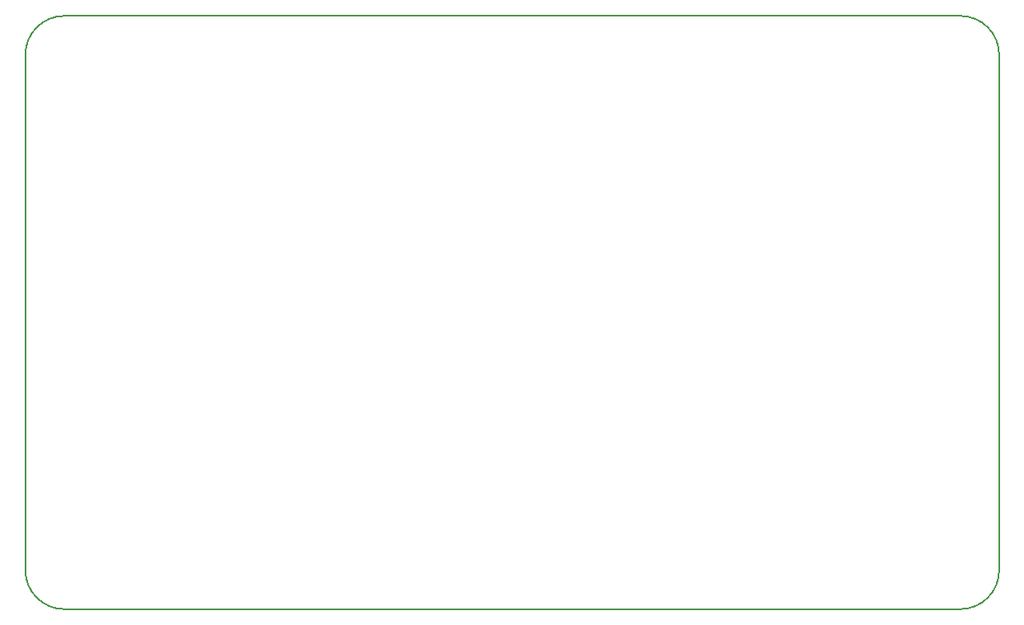
<source format=gbr>
%TF.GenerationSoftware,KiCad,Pcbnew,8.0.1*%
%TF.CreationDate,2024-04-27T15:38:08-04:00*%
%TF.ProjectId,odc-1.2,6f64632d-312e-4322-9e6b-696361645f70,1.2.1*%
%TF.SameCoordinates,Original*%
%TF.FileFunction,Profile,NP*%
%FSLAX46Y46*%
G04 Gerber Fmt 4.6, Leading zero omitted, Abs format (unit mm)*
G04 Created by KiCad (PCBNEW 8.0.1) date 2024-04-27 15:38:08*
%MOMM*%
%LPD*%
G01*
G04 APERTURE LIST*
%TA.AperFunction,Profile*%
%ADD10C,0.200000*%
%TD*%
G04 APERTURE END LIST*
D10*
X54000000Y-111000000D02*
G75*
G02*
X50000000Y-107000000I0J4000000D01*
G01*
X150000000Y-54000000D02*
X150000000Y-107000000D01*
X54000000Y-111000000D02*
X146000000Y-111000000D01*
X50000000Y-107000000D02*
X50000000Y-54000000D01*
X146000000Y-50000000D02*
G75*
G02*
X150000000Y-54000000I0J-4000000D01*
G01*
X54000000Y-50000000D02*
X146000000Y-50000000D01*
X50000000Y-54000000D02*
G75*
G02*
X54000000Y-50000000I4000000J0D01*
G01*
X150000000Y-107000000D02*
G75*
G02*
X146000000Y-111000000I-4000000J0D01*
G01*
M02*

</source>
